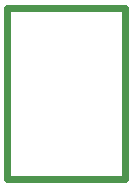
<source format=gbr>
G04 #@! TF.GenerationSoftware,KiCad,Pcbnew,(5.1.0-0)*
G04 #@! TF.CreationDate,2020-07-10T00:17:45+02:00*
G04 #@! TF.ProjectId,POxiM-fingersensor-PhotoDiodeBoard,504f7869-4d2d-4666-996e-67657273656e,Test proto*
G04 #@! TF.SameCoordinates,Original*
G04 #@! TF.FileFunction,Profile,NP*
%FSLAX46Y46*%
G04 Gerber Fmt 4.6, Leading zero omitted, Abs format (unit mm)*
G04 Created by KiCad (PCBNEW (5.1.0-0)) date 2020-07-10 00:17:45*
%MOMM*%
%LPD*%
G04 APERTURE LIST*
%ADD10C,0.600000*%
G04 APERTURE END LIST*
D10*
X114000000Y-93500000D02*
X114000000Y-79000000D01*
X104000000Y-93500000D02*
X114000000Y-93500000D01*
X104000000Y-93500000D02*
X104000000Y-79000000D01*
X104000000Y-79000000D02*
X114000000Y-79000000D01*
M02*

</source>
